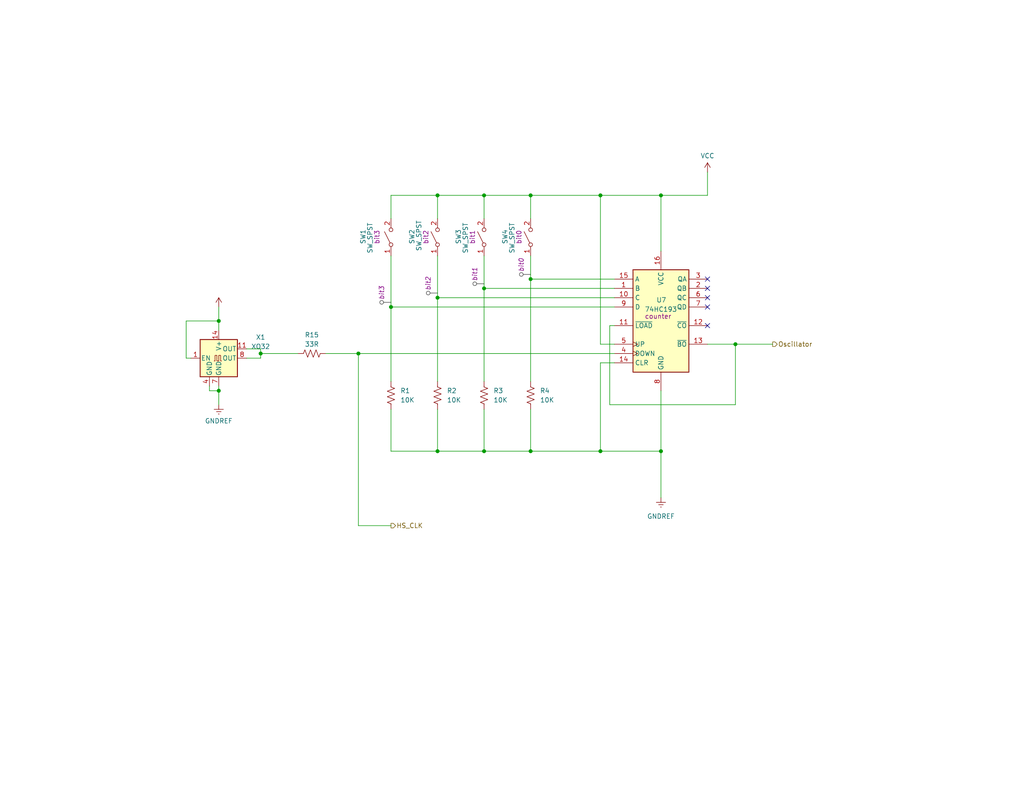
<source format=kicad_sch>
(kicad_sch (version 20230121) (generator eeschema)
  (paper "USLetter")
  (title_block (date "2023-11-22") (rev "1.0.2") (company "16-Bit Computer From Scratch") (comment 1 "Adam Clark (@eryjus)"))
  (lib_symbols
    (symbol "Device:R_US" (pin_numbers hide) (pin_names (offset 0))
      (property "Reference" "R" (at 2.54 0 90))
      (property "Value" "R_US" (at -2.54 0 90))
      (symbol "R_US_0_1"
        (polyline (pts (xy 0 -2.286) (xy 0 -2.54)))
        (polyline (pts (xy 0 2.286) (xy 0 2.54)))
        (polyline (pts (xy 0 -0.762) (xy 1.016 -1.143) (xy 0 -1.524) (xy -1.016 -1.905) (xy 0 -2.286)))
        (polyline (pts (xy 0 0.762) (xy 1.016 0.381) (xy 0 0) (xy -1.016 -0.381) (xy 0 -0.762)))
        (polyline (pts (xy 0 2.286) (xy 1.016 1.905) (xy 0 1.524) (xy -1.016 1.143) (xy 0 0.762)))
      )
      (symbol "R_US_1_1"
        (pin passive line (at 0 3.81 270) (length 1.27) (name "~") (number "1"))
        (pin passive line (at 0 -3.81 90) (length 1.27) (name "~") (number "2"))
      )
    )
    (symbol "Switch:SW_SPST" (pin_names (offset 0) hide)
      (property "Reference" "SW" (at 0 3.175 0))
      (property "Value" "SW_SPST" (at 0 -2.54 0))
      (symbol "SW_SPST_0_0"
        (circle (center -2.032 0) (radius 0.508))
        (polyline (pts (xy -1.524 0.254) (xy 1.524 1.778)))
        (circle (center 2.032 0) (radius 0.508))
      )
      (symbol "SW_SPST_1_1"
        (pin passive line (at -5.08 0 0) (length 2.54) (name "A") (number "1"))
        (pin passive line (at 5.08 0 180) (length 2.54) (name "B") (number "2"))
      )
    )
    (symbol "eryjus:74HC193"
      (property "Reference" "U" (at -7.62 13.97 0))
      (property "Value" "74HC193" (at 5.08 13.97 0))
      (symbol "74HC193_1_0"
        (pin input line (at -12.7 7.62 0) (length 5.08) (name "B") (number "1"))
        (pin input line (at -12.7 5.08 0) (length 5.08) (name "C") (number "10"))
        (pin input line (at -12.7 -2.54 0) (length 5.08) (name "~{LOAD}") (number "11"))
        (pin output line (at 12.7 -2.54 180) (length 5.08) (name "~{CO}") (number "12"))
        (pin output line (at 12.7 -7.62 180) (length 5.08) (name "~{BO}") (number "13"))
        (pin input line (at -12.7 -12.7 0) (length 5.08) (name "CLR") (number "14"))
        (pin input line (at -12.7 10.16 0) (length 5.08) (name "A") (number "15"))
        (pin power_in line (at 0 17.78 270) (length 5.08) (name "VCC") (number "16"))
        (pin output line (at 12.7 7.62 180) (length 5.08) (name "QB") (number "2"))
        (pin output line (at 12.7 10.16 180) (length 5.08) (name "QA") (number "3"))
        (pin input clock (at -12.7 -10.16 0) (length 5.08) (name "DOWN") (number "4"))
        (pin input clock (at -12.7 -7.62 0) (length 5.08) (name "UP") (number "5"))
        (pin output line (at 12.7 5.08 180) (length 5.08) (name "QC") (number "6"))
        (pin output line (at 12.7 2.54 180) (length 5.08) (name "QD") (number "7"))
        (pin power_in line (at 0 -20.32 90) (length 5.08) (name "GND") (number "8"))
        (pin input line (at -12.7 2.54 0) (length 5.08) (name "D") (number "9"))
      )
      (symbol "74HC193_1_1"
        (rectangle (start -7.62 12.7) (end 7.62 -15.24) (stroke (width 0.254)) (fill (type background)))
      )
    )
    (symbol "eryjus:XO32-Dual" (pin_names (offset 0.254))
      (property "Reference" "X" (at -5.08 6.35 0))
      (property "Value" "XO32-Dual" (at 1.27 -6.35 0))
      (symbol "XO32-Dual_0_1"
        (rectangle (start -5.08 5.08) (end 5.08 -5.08) (stroke (width 0.254)) (fill (type background)))
        (polyline (pts (xy -1.27 -0.762) (xy -1.016 -0.762) (xy -1.016 0.762) (xy -0.508 0.762) (xy -0.508 -0.762) (xy 0 -0.762) (xy 0 0.762) (xy 0.508 0.762) (xy 0.508 -0.762) (xy 0.762 -0.762)))
      )
      (symbol "XO32-Dual_1_1"
        (pin input line (at -7.62 0 0) (length 2.54) (name "EN") (number "1"))
        (pin bidirectional line (at 7.62 2.54 180) (length 2.54) (name "OUT") (number "11"))
        (pin power_in line (at 0 7.62 270) (length 2.54) (name "V+") (number "14"))
        (pin power_in line (at -2.54 -7.62 90) (length 2.54) (name "GND") (number "4"))
        (pin power_in line (at 0 -7.62 90) (length 2.54) (name "GND") (number "7"))
        (pin bidirectional line (at 7.62 0 180) (length 2.54) (name "OUT") (number "8"))
      )
    )
    (symbol "power:GNDREF" (power) (pin_names (offset 0))
      (property "Value" "GNDREF" (at 0 -3.81 0))
      (symbol "GNDREF_0_1"
        (polyline (pts (xy -0.635 -1.905) (xy 0.635 -1.905)))
        (polyline (pts (xy -0.127 -2.54) (xy 0.127 -2.54)))
        (polyline (pts (xy 0 -1.27) (xy 0 0)))
        (polyline (pts (xy 1.27 -1.27) (xy -1.27 -1.27)))
      )
      (symbol "GNDREF_1_1"
        (pin power_in line (at 0 0 270) (length 0) hide (name "GNDREF") (number "1"))
      )
    )
    (symbol "power:VCC" (power) (pin_names (offset 0))
      (property "Value" "VCC" (at 0 3.81 0))
      (symbol "VCC_0_1"
        (polyline (pts (xy -0.762 1.27) (xy 0 2.54)))
        (polyline (pts (xy 0 0) (xy 0 2.54)))
        (polyline (pts (xy 0 2.54) (xy 0.762 1.27)))
      )
      (symbol "VCC_1_1"
        (pin power_in line (at 0 0 90) (length 0) hide (name "VCC") (number "1"))
      )
    )
  )
  (junction (at 163.83 123.19))
  (junction (at 200.66 93.98))
  (junction (at 132.08 123.19))
  (junction (at 119.38 53.34))
  (junction (at 144.78 53.34))
  (junction (at 59.69 106.68))
  (junction (at 97.79 96.52))
  (junction (at 132.08 53.34))
  (junction (at 144.78 76.2))
  (junction (at 106.68 83.82))
  (junction (at 163.83 53.34))
  (junction (at 180.34 53.34))
  (junction (at 132.08 78.74))
  (junction (at 59.69 87.63))
  (junction (at 144.78 123.19))
  (junction (at 71.12 96.52))
  (junction (at 180.34 123.19))
  (junction (at 119.38 123.19))
  (junction (at 119.38 81.28))
  (no_connect (at 193.04 78.74))
  (no_connect (at 193.04 81.28))
  (no_connect (at 193.04 76.2))
  (no_connect (at 193.04 83.82))
  (no_connect (at 193.04 88.9))
  (wire (pts (xy 50.8 97.79) (xy 50.8 87.63)))
  (wire (pts (xy 71.12 96.52) (xy 81.28 96.52)))
  (wire (pts (xy 144.78 111.76) (xy 144.78 123.19)))
  (wire (pts (xy 106.68 83.82) (xy 106.68 104.14)))
  (wire (pts (xy 119.38 53.34) (xy 119.38 59.69)))
  (wire (pts (xy 52.07 97.79) (xy 50.8 97.79)))
  (wire (pts (xy 106.68 111.76) (xy 106.68 123.19)))
  (wire (pts (xy 50.8 87.63) (xy 59.69 87.63)))
  (wire (pts (xy 163.83 93.98) (xy 163.83 53.34)))
  (wire (pts (xy 167.64 99.06) (xy 163.83 99.06)))
  (wire (pts (xy 132.08 123.19) (xy 144.78 123.19)))
  (wire (pts (xy 144.78 123.19) (xy 163.83 123.19)))
  (wire (pts (xy 180.34 53.34) (xy 180.34 68.58)))
  (wire (pts (xy 144.78 53.34) (xy 144.78 59.69)))
  (wire (pts (xy 132.08 53.34) (xy 132.08 59.69)))
  (wire (pts (xy 67.31 95.25) (xy 71.12 95.25)))
  (wire (pts (xy 97.79 96.52) (xy 167.64 96.52)))
  (wire (pts (xy 57.15 105.41) (xy 57.15 106.68)))
  (wire (pts (xy 119.38 111.76) (xy 119.38 123.19)))
  (wire (pts (xy 59.69 83.82) (xy 59.69 87.63)))
  (wire (pts (xy 97.79 143.51) (xy 97.79 96.52)))
  (wire (pts (xy 119.38 53.34) (xy 132.08 53.34)))
  (wire (pts (xy 106.68 53.34) (xy 119.38 53.34)))
  (wire (pts (xy 59.69 110.49) (xy 59.69 106.68)))
  (wire (pts (xy 119.38 69.85) (xy 119.38 81.28)))
  (wire (pts (xy 163.83 53.34) (xy 180.34 53.34)))
  (wire (pts (xy 144.78 69.85) (xy 144.78 76.2)))
  (wire (pts (xy 57.15 106.68) (xy 59.69 106.68)))
  (wire (pts (xy 119.38 81.28) (xy 167.64 81.28)))
  (wire (pts (xy 193.04 46.99) (xy 193.04 53.34)))
  (wire (pts (xy 71.12 95.25) (xy 71.12 96.52)))
  (wire (pts (xy 132.08 53.34) (xy 144.78 53.34)))
  (wire (pts (xy 193.04 53.34) (xy 180.34 53.34)))
  (wire (pts (xy 71.12 97.79) (xy 67.31 97.79)))
  (wire (pts (xy 71.12 97.79) (xy 71.12 96.52)))
  (wire (pts (xy 163.83 123.19) (xy 180.34 123.19)))
  (wire (pts (xy 106.68 59.69) (xy 106.68 53.34)))
  (wire (pts (xy 144.78 76.2) (xy 167.64 76.2)))
  (wire (pts (xy 106.68 83.82) (xy 167.64 83.82)))
  (wire (pts (xy 119.38 123.19) (xy 132.08 123.19)))
  (wire (pts (xy 88.9 96.52) (xy 97.79 96.52)))
  (wire (pts (xy 167.64 93.98) (xy 163.83 93.98)))
  (wire (pts (xy 106.68 123.19) (xy 119.38 123.19)))
  (wire (pts (xy 200.66 93.98) (xy 210.82 93.98)))
  (wire (pts (xy 180.34 123.19) (xy 180.34 106.68)))
  (wire (pts (xy 144.78 76.2) (xy 144.78 104.14)))
  (wire (pts (xy 132.08 78.74) (xy 132.08 104.14)))
  (wire (pts (xy 106.68 143.51) (xy 97.79 143.51)))
  (wire (pts (xy 167.64 88.9) (xy 166.37 88.9)))
  (wire (pts (xy 132.08 69.85) (xy 132.08 78.74)))
  (wire (pts (xy 59.69 87.63) (xy 59.69 90.17)))
  (wire (pts (xy 166.37 110.49) (xy 200.66 110.49)))
  (wire (pts (xy 180.34 135.89) (xy 180.34 123.19)))
  (wire (pts (xy 193.04 93.98) (xy 200.66 93.98)))
  (wire (pts (xy 144.78 53.34) (xy 163.83 53.34)))
  (wire (pts (xy 106.68 69.85) (xy 106.68 83.82)))
  (wire (pts (xy 166.37 88.9) (xy 166.37 110.49)))
  (wire (pts (xy 59.69 106.68) (xy 59.69 105.41)))
  (wire (pts (xy 132.08 111.76) (xy 132.08 123.19)))
  (wire (pts (xy 132.08 78.74) (xy 167.64 78.74)))
  (wire (pts (xy 163.83 99.06) (xy 163.83 123.19)))
  (wire (pts (xy 119.38 81.28) (xy 119.38 104.14)))
  (wire (pts (xy 200.66 110.49) (xy 200.66 93.98)))
  (hierarchical_label "Oscillator" (shape output) (at 210.82 93.98 0))
  (hierarchical_label "HS_CLK" (shape output) (at 106.68 143.51 0))
  (netclass_flag "" (length 2.54) (shape round) (at 144.78 74.93 90) (property "Netclass" "bit0" (at 142.24 74.2315 90) (effects (font italic) (justify left))))
  (netclass_flag "" (length 2.54) (shape round) (at 132.08 77.47 90) (property "Netclass" "bit1" (at 129.54 76.7715 90) (effects (font italic) (justify left))))
  (netclass_flag "" (length 2.54) (shape round) (at 106.68 82.55 90) (property "Netclass" "bit3" (at 104.14 81.8515 90) (effects (font italic) (justify left))))
  (netclass_flag "" (length 2.54) (shape round) (at 119.38 80.01 90) (property "Netclass" "bit2" (at 116.84 79.3115 90) (effects (font italic) (justify left))))
  (symbol (lib_id "eryjus:XO32-Dual") (at 59.69 97.79 0) (unit 1)
    (property "Reference" "X1" (at 71.12 92.075 0))
    (property "Value" "XO32" (at 71.12 94.615 0))
    (property "Footprint" "eryjus:Oscillator_DIP-8-14" (effects hide))
    (property "Datasheet" "http://cdn-reichelt.de/documents/datenblatt/B400/XO32.pdf" (effects hide))
  )
  (symbol (lib_id "Device:R_US") (at 132.08 107.95 0) (unit 1)
    (property "Reference" "R3" (at 134.62 106.68 0) (effects (justify left)))
    (property "Value" "10K" (at 134.62 109.22 0) (effects (justify left)))
  )
  (symbol (lib_id "Device:R_US") (at 106.68 107.95 0) (unit 1)
    (property "Reference" "R1" (at 109.22 106.68 0) (effects (justify left)))
    (property "Value" "10K" (at 109.22 109.22 0) (effects (justify left)))
  )
  (symbol (lib_id "Device:R_US") (at 85.09 96.52 90) (unit 1)
    (property "Reference" "R15" (at 85.09 91.44 90))
    (property "Value" "33R" (at 85.09 93.98 90))
  )
  (symbol (lib_id "power:GNDREF") (at 59.69 110.49 0) (unit 1)
    (property "Reference" "#PWR05" (effects hide))
    (property "Value" "GNDREF" (at 59.69 114.935 0))
  )
  (symbol (lib_id "power:VCC") (at 59.69 83.82 0) (unit 1)
    (property "Reference" "#PWR04" (effects hide))
    (property "Value" "VCC" (effects hide))
  )
  (symbol (lib_id "Switch:SW_SPST") (at 106.68 64.77 90) (unit 1)
    (property "Reference" "SW1" (at 99.06 66.675 0) (effects (justify left)))
    (property "Value" "SW_SPST" (at 100.965 69.215 0) (effects (justify left)))
    (property "name" "bit3" (at 102.87 66.675 0) (effects (justify left)))
  )
  (symbol (lib_id "Switch:SW_SPST") (at 132.08 64.77 90) (unit 1)
    (property "Reference" "SW3" (at 125.095 66.675 0) (effects (justify left)))
    (property "Value" "SW_SPST" (at 127 69.215 0) (effects (justify left)))
    (property "name" "bit1" (at 128.905 66.675 0) (effects (justify left)))
  )
  (symbol (lib_id "power:GNDREF") (at 180.34 135.89 0) (unit 1)
    (property "Reference" "#PWR06" (effects hide))
    (property "Value" "GNDREF" (at 180.34 140.97 0))
  )
  (symbol (lib_id "Switch:SW_SPST") (at 144.78 64.77 90) (unit 1)
    (property "Reference" "SW4" (at 137.795 66.675 0) (effects (justify left)))
    (property "Value" "SW_SPST" (at 139.7 69.215 0) (effects (justify left)))
    (property "name" "bit0" (at 141.605 66.675 0) (effects (justify left)))
  )
  (symbol (lib_id "power:VCC") (at 193.04 46.99 0) (unit 1)
    (property "Reference" "#PWR03" (effects hide))
    (property "Value" "VCC" (at 193.04 42.545 0))
  )
  (symbol (lib_id "Device:R_US") (at 119.38 107.95 0) (unit 1)
    (property "Reference" "R2" (at 121.92 106.68 0) (effects (justify left)))
    (property "Value" "10K" (at 121.92 109.22 0) (effects (justify left)))
  )
  (symbol (lib_id "Device:R_US") (at 144.78 107.95 0) (unit 1)
    (property "Reference" "R4" (at 147.32 106.68 0) (effects (justify left)))
    (property "Value" "10K" (at 147.32 109.22 0) (effects (justify left)))
  )
  (symbol (lib_id "eryjus:74HC193") (at 180.34 86.36 0) (unit 1)
    (property "Reference" "U7" (at 179.07 81.915 0) (effects (justify left)))
    (property "Value" "74HC193" (at 175.895 84.455 0) (effects (justify left)))
    (property "Datasheet" "https://www.ti.com/lit/ds/symlink/cd74hc192.pdf" (effects hide))
    (property "name" "counter" (at 175.895 86.36 0) (effects (justify left)))
  )
  (symbol (lib_id "Switch:SW_SPST") (at 119.38 64.77 90) (unit 1)
    (property "Reference" "SW2" (at 112.395 66.675 0) (effects (justify left)))
    (property "Value" "SW_SPST" (at 114.3 68.58 0) (effects (justify left)))
    (property "name" "bit2" (at 116.205 66.675 0) (effects (justify left)))
  )
)
</source>
